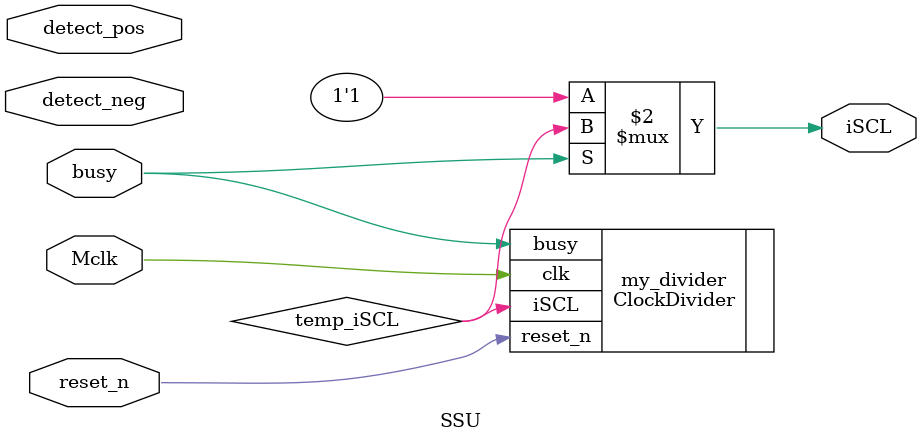
<source format=v>

/******************************************************************* 
 *  
 * Module: SSU.v 
 * Project: i2cMaster
 * Author: Aya ElAkhras,   ayaelakhras@aucegypt.edu
 * Description: This module 
 *  
 * Change history: 02/11/18 – Started Working  
 *                 10/29/17 – Did something else 
 *  
 **********************************************************************/ 

`timescale 1ns/1ns

module SSU ( Mclk, reset_n, busy, detect_pos, detect_neg,  iSCL );
    input Mclk;     
    input reset_n;
    input busy;
    
    
    ///////
    input detect_pos;
   input detect_neg;


    output iSCL;

   
    wire temp_iSCL;
    
    

    ClockDivider my_divider (.clk(Mclk), .reset_n(reset_n), .busy(busy),  .iSCL(temp_iSCL) );
    
    assign iSCL = (!busy) ? 1'b1 : temp_iSCL;   // Since I assume that in reset state (idle state) iSCL is set to 1 (flattened) 
   

endmodule


</source>
